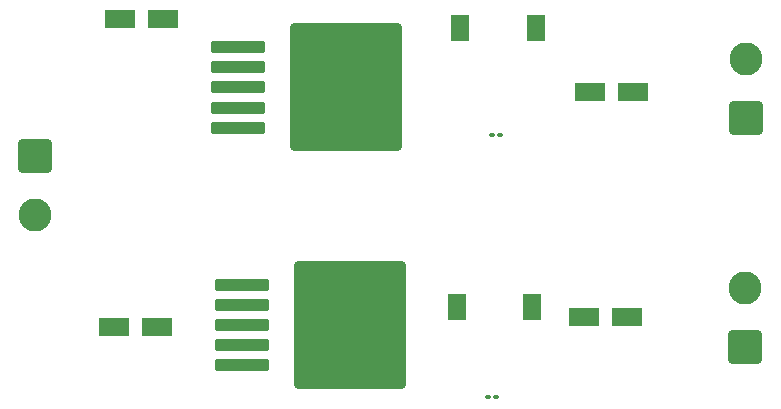
<source format=gbr>
%TF.GenerationSoftware,KiCad,Pcbnew,9.0.0*%
%TF.CreationDate,2025-04-24T17:44:58-04:00*%
%TF.ProjectId,power_systems,706f7765-725f-4737-9973-74656d732e6b,rev?*%
%TF.SameCoordinates,Original*%
%TF.FileFunction,Soldermask,Top*%
%TF.FilePolarity,Negative*%
%FSLAX46Y46*%
G04 Gerber Fmt 4.6, Leading zero omitted, Abs format (unit mm)*
G04 Created by KiCad (PCBNEW 9.0.0) date 2025-04-24 17:44:58*
%MOMM*%
%LPD*%
G01*
G04 APERTURE LIST*
G04 Aperture macros list*
%AMRoundRect*
0 Rectangle with rounded corners*
0 $1 Rounding radius*
0 $2 $3 $4 $5 $6 $7 $8 $9 X,Y pos of 4 corners*
0 Add a 4 corners polygon primitive as box body*
4,1,4,$2,$3,$4,$5,$6,$7,$8,$9,$2,$3,0*
0 Add four circle primitives for the rounded corners*
1,1,$1+$1,$2,$3*
1,1,$1+$1,$4,$5*
1,1,$1+$1,$6,$7*
1,1,$1+$1,$8,$9*
0 Add four rect primitives between the rounded corners*
20,1,$1+$1,$2,$3,$4,$5,0*
20,1,$1+$1,$4,$5,$6,$7,0*
20,1,$1+$1,$6,$7,$8,$9,0*
20,1,$1+$1,$8,$9,$2,$3,0*%
G04 Aperture macros list end*
%ADD10RoundRect,0.250001X1.149999X-1.149999X1.149999X1.149999X-1.149999X1.149999X-1.149999X-1.149999X0*%
%ADD11C,2.800000*%
%ADD12RoundRect,0.250000X-1.050000X-0.550000X1.050000X-0.550000X1.050000X0.550000X-1.050000X0.550000X0*%
%ADD13RoundRect,0.250000X1.050000X0.550000X-1.050000X0.550000X-1.050000X-0.550000X1.050000X-0.550000X0*%
%ADD14RoundRect,0.250000X-2.050000X-0.300000X2.050000X-0.300000X2.050000X0.300000X-2.050000X0.300000X0*%
%ADD15RoundRect,0.250002X-4.449998X-5.149998X4.449998X-5.149998X4.449998X5.149998X-4.449998X5.149998X0*%
%ADD16RoundRect,0.100000X-0.130000X-0.100000X0.130000X-0.100000X0.130000X0.100000X-0.130000X0.100000X0*%
%ADD17R,1.500000X2.200000*%
%ADD18RoundRect,0.250001X-1.149999X1.149999X-1.149999X-1.149999X1.149999X-1.149999X1.149999X1.149999X0*%
G04 APERTURE END LIST*
D10*
%TO.C,J3*%
X89900000Y-68800000D03*
D11*
X89900000Y-63800000D03*
%TD*%
D12*
%TO.C,C2*%
X76800000Y-47200000D03*
X80400000Y-47200000D03*
%TD*%
D10*
%TO.C,J2*%
X90000000Y-49400000D03*
D11*
X90000000Y-44400000D03*
%TD*%
D12*
%TO.C,C3*%
X76300000Y-66200000D03*
X79900000Y-66200000D03*
%TD*%
D13*
%TO.C,C1*%
X40600000Y-41000000D03*
X37000000Y-41000000D03*
%TD*%
D14*
%TO.C,U2*%
X47325000Y-63500000D03*
X47325000Y-65200000D03*
X47325000Y-66900000D03*
D15*
X56475000Y-66900000D03*
D14*
X47325000Y-68600000D03*
X47325000Y-70300000D03*
%TD*%
D12*
%TO.C,C4*%
X36500000Y-67100000D03*
X40100000Y-67100000D03*
%TD*%
D16*
%TO.C,D2*%
X68180000Y-73000000D03*
X68820000Y-73000000D03*
%TD*%
D14*
%TO.C,U1*%
X47000000Y-43400000D03*
X47000000Y-45100000D03*
X47000000Y-46800000D03*
D15*
X56150000Y-46800000D03*
D14*
X47000000Y-48500000D03*
X47000000Y-50200000D03*
%TD*%
D17*
%TO.C,L1*%
X65800000Y-41800000D03*
X72200000Y-41800000D03*
%TD*%
%TO.C,L2*%
X65500000Y-65400000D03*
X71900000Y-65400000D03*
%TD*%
D18*
%TO.C,J1*%
X29800000Y-52600000D03*
D11*
X29800000Y-57600000D03*
%TD*%
D16*
%TO.C,D1*%
X68480000Y-50800000D03*
X69120000Y-50800000D03*
%TD*%
M02*

</source>
